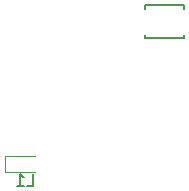
<source format=gbr>
G04 #@! TF.GenerationSoftware,KiCad,Pcbnew,(6.0.0-rc1-dev-1469-g932b9a334)*
G04 #@! TF.CreationDate,2019-09-07T17:34:56-07:00
G04 #@! TF.ProjectId,Laptreus-v2,4c617074-7265-4757-932d-76322e6b6963,rev?*
G04 #@! TF.SameCoordinates,Original*
G04 #@! TF.FileFunction,Legend,Bot*
G04 #@! TF.FilePolarity,Positive*
%FSLAX46Y46*%
G04 Gerber Fmt 4.6, Leading zero omitted, Abs format (unit mm)*
G04 Created by KiCad (PCBNEW (6.0.0-rc1-dev-1469-g932b9a334)) date Saturday, September 07, 2019 at 05:34:56 PM*
%MOMM*%
%LPD*%
G04 APERTURE LIST*
%ADD10C,0.120000*%
%ADD11C,0.150000*%
G04 APERTURE END LIST*
D10*
G04 #@! TO.C,L1*
X219514170Y-93085103D02*
X221999170Y-93085103D01*
X219514170Y-94455103D02*
X219514170Y-93085103D01*
X221999170Y-94455103D02*
X219514170Y-94455103D01*
D11*
G04 #@! TO.C,SW_RESET1*
X231349647Y-80345052D02*
X231349647Y-80645052D01*
X234649647Y-80345052D02*
X231349647Y-80345052D01*
X234649647Y-80645052D02*
X234649647Y-80345052D01*
X231349647Y-83145052D02*
X231349647Y-82845052D01*
X234649647Y-83145052D02*
X231349647Y-83145052D01*
X234649647Y-82845052D02*
X234649647Y-83145052D01*
G04 #@! TO.C,L1*
X221365836Y-95602483D02*
X221842027Y-95602483D01*
X221842027Y-94602483D01*
X220508693Y-95602483D02*
X221080122Y-95602483D01*
X220794408Y-95602483D02*
X220794408Y-94602483D01*
X220889646Y-94745341D01*
X220984884Y-94840579D01*
X221080122Y-94888198D01*
G04 #@! TD*
M02*

</source>
